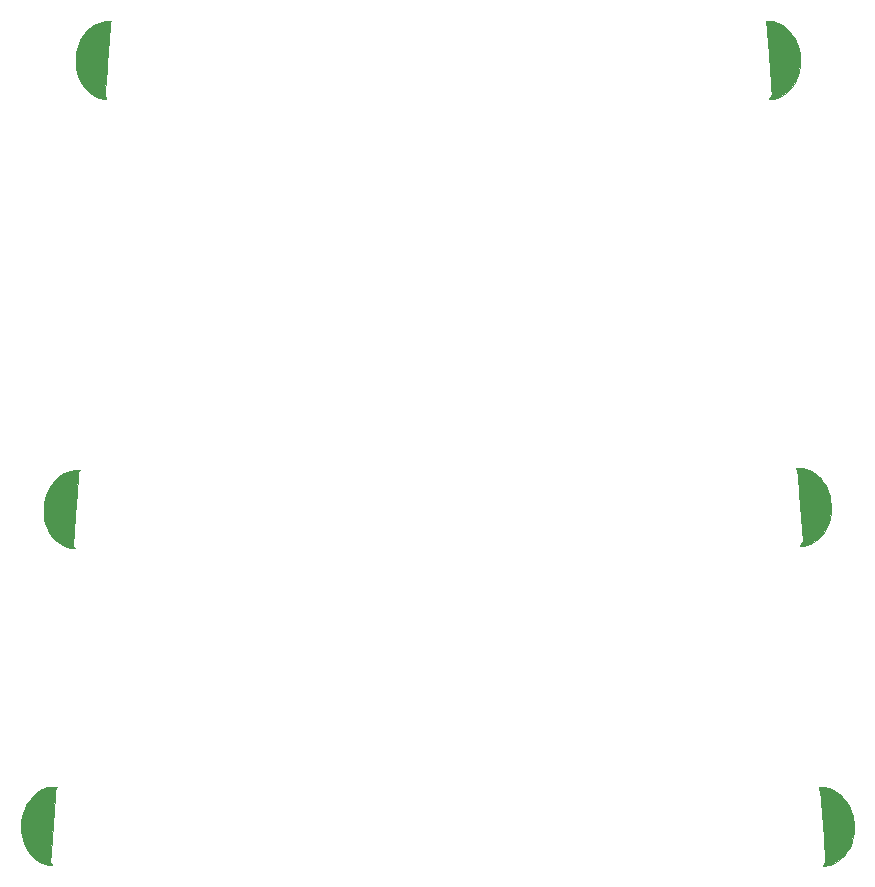
<source format=gbr>
G04 #@! TF.GenerationSoftware,KiCad,Pcbnew,(5.1.10)-1*
G04 #@! TF.CreationDate,2022-01-20T14:21:32+02:00*
G04 #@! TF.ProjectId,gaisa-sargs-rear-2,67616973-612d-4736-9172-67732d726561,rev?*
G04 #@! TF.SameCoordinates,Original*
G04 #@! TF.FileFunction,Copper,L2,Bot*
G04 #@! TF.FilePolarity,Positive*
%FSLAX46Y46*%
G04 Gerber Fmt 4.6, Leading zero omitted, Abs format (unit mm)*
G04 Created by KiCad (PCBNEW (5.1.10)-1) date 2022-01-20 14:21:32*
%MOMM*%
%LPD*%
G01*
G04 APERTURE LIST*
G04 #@! TA.AperFunction,EtchedComponent*
%ADD10C,0.010000*%
G04 #@! TD*
G04 APERTURE END LIST*
D10*
G04 #@! TO.C,Ref\u002A\u002A*
G36*
X173018885Y-55503700D02*
G01*
X173255803Y-55530324D01*
X173477856Y-55580248D01*
X173671250Y-55645398D01*
X173962943Y-55780787D01*
X174236813Y-55952534D01*
X174490969Y-56157772D01*
X174723520Y-56393638D01*
X174932572Y-56657267D01*
X175116235Y-56945794D01*
X175272617Y-57256355D01*
X175399826Y-57586085D01*
X175495970Y-57932119D01*
X175559158Y-58291593D01*
X175582149Y-58539094D01*
X175589834Y-58955880D01*
X175561326Y-59352696D01*
X175496096Y-59732374D01*
X175393615Y-60097751D01*
X175253355Y-60451660D01*
X175207568Y-60548416D01*
X175056728Y-60824582D01*
X174886274Y-61073568D01*
X174686732Y-61308642D01*
X174602583Y-61395805D01*
X174376112Y-61599668D01*
X174134287Y-61773631D01*
X173881947Y-61915275D01*
X173623933Y-62022177D01*
X173365089Y-62091916D01*
X173155246Y-62119697D01*
X172977909Y-62131638D01*
X173064318Y-61964444D01*
X173106321Y-61881341D01*
X173142795Y-61805893D01*
X173167633Y-61750839D01*
X173172305Y-61739132D01*
X173174664Y-61718792D01*
X173174914Y-61675046D01*
X173172960Y-61606470D01*
X173168707Y-61511637D01*
X173162062Y-61389124D01*
X173152930Y-61237505D01*
X173141217Y-61055355D01*
X173126828Y-60841249D01*
X173109670Y-60593762D01*
X173089648Y-60311469D01*
X173066668Y-59992945D01*
X173040636Y-59636765D01*
X173011457Y-59241505D01*
X172979038Y-58805739D01*
X172972536Y-58718668D01*
X172941504Y-58303792D01*
X172913389Y-57929054D01*
X172888011Y-57592374D01*
X172865188Y-57291669D01*
X172844739Y-57024858D01*
X172826482Y-56789861D01*
X172810237Y-56584595D01*
X172795823Y-56406980D01*
X172783058Y-56254933D01*
X172771761Y-56126375D01*
X172761751Y-56019223D01*
X172752846Y-55931396D01*
X172744866Y-55860812D01*
X172737629Y-55805391D01*
X172730955Y-55763051D01*
X172724662Y-55731711D01*
X172718568Y-55709289D01*
X172712493Y-55693704D01*
X172708590Y-55686453D01*
X172679924Y-55624249D01*
X172666129Y-55564486D01*
X172665912Y-55558375D01*
X172669541Y-55521703D01*
X172688375Y-55504543D01*
X172734136Y-55499094D01*
X172755791Y-55498560D01*
X173018885Y-55503700D01*
G37*
X173018885Y-55503700D02*
X173255803Y-55530324D01*
X173477856Y-55580248D01*
X173671250Y-55645398D01*
X173962943Y-55780787D01*
X174236813Y-55952534D01*
X174490969Y-56157772D01*
X174723520Y-56393638D01*
X174932572Y-56657267D01*
X175116235Y-56945794D01*
X175272617Y-57256355D01*
X175399826Y-57586085D01*
X175495970Y-57932119D01*
X175559158Y-58291593D01*
X175582149Y-58539094D01*
X175589834Y-58955880D01*
X175561326Y-59352696D01*
X175496096Y-59732374D01*
X175393615Y-60097751D01*
X175253355Y-60451660D01*
X175207568Y-60548416D01*
X175056728Y-60824582D01*
X174886274Y-61073568D01*
X174686732Y-61308642D01*
X174602583Y-61395805D01*
X174376112Y-61599668D01*
X174134287Y-61773631D01*
X173881947Y-61915275D01*
X173623933Y-62022177D01*
X173365089Y-62091916D01*
X173155246Y-62119697D01*
X172977909Y-62131638D01*
X173064318Y-61964444D01*
X173106321Y-61881341D01*
X173142795Y-61805893D01*
X173167633Y-61750839D01*
X173172305Y-61739132D01*
X173174664Y-61718792D01*
X173174914Y-61675046D01*
X173172960Y-61606470D01*
X173168707Y-61511637D01*
X173162062Y-61389124D01*
X173152930Y-61237505D01*
X173141217Y-61055355D01*
X173126828Y-60841249D01*
X173109670Y-60593762D01*
X173089648Y-60311469D01*
X173066668Y-59992945D01*
X173040636Y-59636765D01*
X173011457Y-59241505D01*
X172979038Y-58805739D01*
X172972536Y-58718668D01*
X172941504Y-58303792D01*
X172913389Y-57929054D01*
X172888011Y-57592374D01*
X172865188Y-57291669D01*
X172844739Y-57024858D01*
X172826482Y-56789861D01*
X172810237Y-56584595D01*
X172795823Y-56406980D01*
X172783058Y-56254933D01*
X172771761Y-56126375D01*
X172761751Y-56019223D01*
X172752846Y-55931396D01*
X172744866Y-55860812D01*
X172737629Y-55805391D01*
X172730955Y-55763051D01*
X172724662Y-55731711D01*
X172718568Y-55709289D01*
X172712493Y-55693704D01*
X172708590Y-55686453D01*
X172679924Y-55624249D01*
X172666129Y-55564486D01*
X172665912Y-55558375D01*
X172669541Y-55521703D01*
X172688375Y-55504543D01*
X172734136Y-55499094D01*
X172755791Y-55498560D01*
X173018885Y-55503700D01*
G36*
X117189463Y-55505439D02*
G01*
X117207919Y-55528403D01*
X117209166Y-55542787D01*
X117199413Y-55598246D01*
X117189792Y-55622162D01*
X117186002Y-55647224D01*
X117179342Y-55712120D01*
X117170002Y-55814457D01*
X117158170Y-55951847D01*
X117144036Y-56121898D01*
X117127788Y-56322221D01*
X117109616Y-56550425D01*
X117089708Y-56804120D01*
X117068254Y-57080917D01*
X117045442Y-57378424D01*
X117021461Y-57694251D01*
X116996500Y-58026009D01*
X116970749Y-58371306D01*
X116945930Y-58706916D01*
X116915053Y-59126393D01*
X116887186Y-59505763D01*
X116862200Y-59847133D01*
X116839967Y-60152614D01*
X116820360Y-60424314D01*
X116803250Y-60664342D01*
X116788510Y-60874807D01*
X116776011Y-61057819D01*
X116765627Y-61215487D01*
X116757228Y-61349919D01*
X116750688Y-61463224D01*
X116745877Y-61557513D01*
X116742669Y-61634892D01*
X116740935Y-61697473D01*
X116740548Y-61747363D01*
X116741379Y-61786673D01*
X116743301Y-61817510D01*
X116746186Y-61841984D01*
X116749905Y-61862204D01*
X116753647Y-61877694D01*
X116777355Y-61957336D01*
X116803733Y-62030305D01*
X116819153Y-62064870D01*
X116839654Y-62109403D01*
X116846153Y-62133953D01*
X116845602Y-62134964D01*
X116823224Y-62134012D01*
X116768276Y-62126919D01*
X116689868Y-62114954D01*
X116625933Y-62104365D01*
X116306667Y-62029030D01*
X116003664Y-61915612D01*
X115718547Y-61765749D01*
X115452940Y-61581079D01*
X115208464Y-61363241D01*
X114986744Y-61113873D01*
X114789404Y-60834613D01*
X114618065Y-60527099D01*
X114474351Y-60192970D01*
X114359887Y-59833864D01*
X114353924Y-59811327D01*
X114288228Y-59494083D01*
X114250366Y-59158427D01*
X114240796Y-58817126D01*
X114259974Y-58482947D01*
X114297163Y-58224819D01*
X114385605Y-57846783D01*
X114503901Y-57488419D01*
X114650343Y-57152021D01*
X114823224Y-56839883D01*
X115020834Y-56554298D01*
X115241467Y-56297560D01*
X115483415Y-56071962D01*
X115744968Y-55879799D01*
X116024420Y-55723365D01*
X116222798Y-55638941D01*
X116448525Y-55570464D01*
X116697044Y-55523065D01*
X116953189Y-55499074D01*
X117140375Y-55497818D01*
X117189463Y-55505439D01*
G37*
X117189463Y-55505439D02*
X117207919Y-55528403D01*
X117209166Y-55542787D01*
X117199413Y-55598246D01*
X117189792Y-55622162D01*
X117186002Y-55647224D01*
X117179342Y-55712120D01*
X117170002Y-55814457D01*
X117158170Y-55951847D01*
X117144036Y-56121898D01*
X117127788Y-56322221D01*
X117109616Y-56550425D01*
X117089708Y-56804120D01*
X117068254Y-57080917D01*
X117045442Y-57378424D01*
X117021461Y-57694251D01*
X116996500Y-58026009D01*
X116970749Y-58371306D01*
X116945930Y-58706916D01*
X116915053Y-59126393D01*
X116887186Y-59505763D01*
X116862200Y-59847133D01*
X116839967Y-60152614D01*
X116820360Y-60424314D01*
X116803250Y-60664342D01*
X116788510Y-60874807D01*
X116776011Y-61057819D01*
X116765627Y-61215487D01*
X116757228Y-61349919D01*
X116750688Y-61463224D01*
X116745877Y-61557513D01*
X116742669Y-61634892D01*
X116740935Y-61697473D01*
X116740548Y-61747363D01*
X116741379Y-61786673D01*
X116743301Y-61817510D01*
X116746186Y-61841984D01*
X116749905Y-61862204D01*
X116753647Y-61877694D01*
X116777355Y-61957336D01*
X116803733Y-62030305D01*
X116819153Y-62064870D01*
X116839654Y-62109403D01*
X116846153Y-62133953D01*
X116845602Y-62134964D01*
X116823224Y-62134012D01*
X116768276Y-62126919D01*
X116689868Y-62114954D01*
X116625933Y-62104365D01*
X116306667Y-62029030D01*
X116003664Y-61915612D01*
X115718547Y-61765749D01*
X115452940Y-61581079D01*
X115208464Y-61363241D01*
X114986744Y-61113873D01*
X114789404Y-60834613D01*
X114618065Y-60527099D01*
X114474351Y-60192970D01*
X114359887Y-59833864D01*
X114353924Y-59811327D01*
X114288228Y-59494083D01*
X114250366Y-59158427D01*
X114240796Y-58817126D01*
X114259974Y-58482947D01*
X114297163Y-58224819D01*
X114385605Y-57846783D01*
X114503901Y-57488419D01*
X114650343Y-57152021D01*
X114823224Y-56839883D01*
X115020834Y-56554298D01*
X115241467Y-56297560D01*
X115483415Y-56071962D01*
X115744968Y-55879799D01*
X116024420Y-55723365D01*
X116222798Y-55638941D01*
X116448525Y-55570464D01*
X116697044Y-55523065D01*
X116953189Y-55499074D01*
X117140375Y-55497818D01*
X117189463Y-55505439D01*
G36*
X175790400Y-93367087D02*
G01*
X176085656Y-93429204D01*
X176372900Y-93531550D01*
X176650018Y-93673157D01*
X176914896Y-93853058D01*
X177165419Y-94070286D01*
X177243729Y-94149108D01*
X177477488Y-94422959D01*
X177679200Y-94721193D01*
X177848616Y-95040242D01*
X177985483Y-95376540D01*
X178089550Y-95726520D01*
X178160567Y-96086615D01*
X178198283Y-96453257D01*
X178202445Y-96822881D01*
X178172805Y-97191919D01*
X178109109Y-97556804D01*
X178011108Y-97913970D01*
X177878550Y-98259849D01*
X177711184Y-98590874D01*
X177572016Y-98813562D01*
X177478913Y-98938452D01*
X177363711Y-99074258D01*
X177235148Y-99212087D01*
X177101956Y-99343048D01*
X176972873Y-99458247D01*
X176856631Y-99548793D01*
X176835666Y-99563179D01*
X176617972Y-99694431D01*
X176393835Y-99803396D01*
X176170686Y-99887400D01*
X175955955Y-99943768D01*
X175757072Y-99969826D01*
X175701631Y-99971333D01*
X175586363Y-99971333D01*
X175803445Y-99555351D01*
X175580596Y-96583050D01*
X175549415Y-96167571D01*
X175521162Y-95792218D01*
X175495656Y-95454901D01*
X175472713Y-95153528D01*
X175452150Y-94886007D01*
X175433786Y-94650247D01*
X175417437Y-94444156D01*
X175402921Y-94265642D01*
X175390054Y-94112614D01*
X175378654Y-93982981D01*
X175368538Y-93874650D01*
X175359523Y-93785530D01*
X175351427Y-93713530D01*
X175344066Y-93656558D01*
X175337259Y-93612521D01*
X175330822Y-93579329D01*
X175324573Y-93554890D01*
X175318328Y-93537113D01*
X175313540Y-93526899D01*
X175285940Y-93463878D01*
X175270510Y-93407932D01*
X175269333Y-93394607D01*
X175271086Y-93372955D01*
X175281396Y-93358958D01*
X175307840Y-93350949D01*
X175357994Y-93347258D01*
X175439435Y-93346216D01*
X175489245Y-93346166D01*
X175790400Y-93367087D01*
G37*
X175790400Y-93367087D02*
X176085656Y-93429204D01*
X176372900Y-93531550D01*
X176650018Y-93673157D01*
X176914896Y-93853058D01*
X177165419Y-94070286D01*
X177243729Y-94149108D01*
X177477488Y-94422959D01*
X177679200Y-94721193D01*
X177848616Y-95040242D01*
X177985483Y-95376540D01*
X178089550Y-95726520D01*
X178160567Y-96086615D01*
X178198283Y-96453257D01*
X178202445Y-96822881D01*
X178172805Y-97191919D01*
X178109109Y-97556804D01*
X178011108Y-97913970D01*
X177878550Y-98259849D01*
X177711184Y-98590874D01*
X177572016Y-98813562D01*
X177478913Y-98938452D01*
X177363711Y-99074258D01*
X177235148Y-99212087D01*
X177101956Y-99343048D01*
X176972873Y-99458247D01*
X176856631Y-99548793D01*
X176835666Y-99563179D01*
X176617972Y-99694431D01*
X176393835Y-99803396D01*
X176170686Y-99887400D01*
X175955955Y-99943768D01*
X175757072Y-99969826D01*
X175701631Y-99971333D01*
X175586363Y-99971333D01*
X175803445Y-99555351D01*
X175580596Y-96583050D01*
X175549415Y-96167571D01*
X175521162Y-95792218D01*
X175495656Y-95454901D01*
X175472713Y-95153528D01*
X175452150Y-94886007D01*
X175433786Y-94650247D01*
X175417437Y-94444156D01*
X175402921Y-94265642D01*
X175390054Y-94112614D01*
X175378654Y-93982981D01*
X175368538Y-93874650D01*
X175359523Y-93785530D01*
X175351427Y-93713530D01*
X175344066Y-93656558D01*
X175337259Y-93612521D01*
X175330822Y-93579329D01*
X175324573Y-93554890D01*
X175318328Y-93537113D01*
X175313540Y-93526899D01*
X175285940Y-93463878D01*
X175270510Y-93407932D01*
X175269333Y-93394607D01*
X175271086Y-93372955D01*
X175281396Y-93358958D01*
X175307840Y-93350949D01*
X175357994Y-93347258D01*
X175439435Y-93346216D01*
X175489245Y-93346166D01*
X175790400Y-93367087D01*
G36*
X114485736Y-93534232D02*
G01*
X114609223Y-93536666D01*
X114540187Y-93623831D01*
X114490511Y-93700708D01*
X114467152Y-93781145D01*
X114462966Y-93819623D01*
X114415083Y-94455875D01*
X114370428Y-95050965D01*
X114328928Y-95605934D01*
X114290509Y-96121826D01*
X114255099Y-96599682D01*
X114222625Y-97040544D01*
X114193015Y-97445455D01*
X114166194Y-97815456D01*
X114142090Y-98151590D01*
X114120630Y-98454899D01*
X114101742Y-98726426D01*
X114085353Y-98967211D01*
X114071388Y-99178298D01*
X114059777Y-99360729D01*
X114050444Y-99515546D01*
X114043319Y-99643790D01*
X114038328Y-99746505D01*
X114035397Y-99824732D01*
X114034454Y-99879513D01*
X114035426Y-99911891D01*
X114036246Y-99918344D01*
X114073494Y-100025793D01*
X114123185Y-100092239D01*
X114190637Y-100161833D01*
X114054193Y-100159343D01*
X113962873Y-100155238D01*
X113871708Y-100147292D01*
X113820793Y-100140444D01*
X113524058Y-100069239D01*
X113241023Y-99959715D01*
X112973432Y-99814164D01*
X112723027Y-99634876D01*
X112491550Y-99424141D01*
X112280742Y-99184251D01*
X112092346Y-98917497D01*
X111928104Y-98626168D01*
X111789757Y-98312555D01*
X111679049Y-97978949D01*
X111597720Y-97627641D01*
X111547514Y-97260922D01*
X111538200Y-97139001D01*
X111534787Y-96752099D01*
X111572772Y-96369630D01*
X111652395Y-95990415D01*
X111773896Y-95613280D01*
X111918206Y-95276842D01*
X112096636Y-94944841D01*
X112298200Y-94643984D01*
X112521370Y-94375709D01*
X112764614Y-94141454D01*
X113026403Y-93942657D01*
X113305205Y-93780756D01*
X113599491Y-93657188D01*
X113664685Y-93635752D01*
X113816809Y-93592381D01*
X113959573Y-93562015D01*
X114105317Y-93543129D01*
X114266379Y-93534196D01*
X114455102Y-93533691D01*
X114485736Y-93534232D01*
G37*
X114485736Y-93534232D02*
X114609223Y-93536666D01*
X114540187Y-93623831D01*
X114490511Y-93700708D01*
X114467152Y-93781145D01*
X114462966Y-93819623D01*
X114415083Y-94455875D01*
X114370428Y-95050965D01*
X114328928Y-95605934D01*
X114290509Y-96121826D01*
X114255099Y-96599682D01*
X114222625Y-97040544D01*
X114193015Y-97445455D01*
X114166194Y-97815456D01*
X114142090Y-98151590D01*
X114120630Y-98454899D01*
X114101742Y-98726426D01*
X114085353Y-98967211D01*
X114071388Y-99178298D01*
X114059777Y-99360729D01*
X114050444Y-99515546D01*
X114043319Y-99643790D01*
X114038328Y-99746505D01*
X114035397Y-99824732D01*
X114034454Y-99879513D01*
X114035426Y-99911891D01*
X114036246Y-99918344D01*
X114073494Y-100025793D01*
X114123185Y-100092239D01*
X114190637Y-100161833D01*
X114054193Y-100159343D01*
X113962873Y-100155238D01*
X113871708Y-100147292D01*
X113820793Y-100140444D01*
X113524058Y-100069239D01*
X113241023Y-99959715D01*
X112973432Y-99814164D01*
X112723027Y-99634876D01*
X112491550Y-99424141D01*
X112280742Y-99184251D01*
X112092346Y-98917497D01*
X111928104Y-98626168D01*
X111789757Y-98312555D01*
X111679049Y-97978949D01*
X111597720Y-97627641D01*
X111547514Y-97260922D01*
X111538200Y-97139001D01*
X111534787Y-96752099D01*
X111572772Y-96369630D01*
X111652395Y-95990415D01*
X111773896Y-95613280D01*
X111918206Y-95276842D01*
X112096636Y-94944841D01*
X112298200Y-94643984D01*
X112521370Y-94375709D01*
X112764614Y-94141454D01*
X113026403Y-93942657D01*
X113305205Y-93780756D01*
X113599491Y-93657188D01*
X113664685Y-93635752D01*
X113816809Y-93592381D01*
X113959573Y-93562015D01*
X114105317Y-93543129D01*
X114266379Y-93534196D01*
X114455102Y-93533691D01*
X114485736Y-93534232D01*
G36*
X112552533Y-120317808D02*
G01*
X112633665Y-120330612D01*
X112683081Y-120344505D01*
X112619166Y-120424932D01*
X112567190Y-120512529D01*
X112543533Y-120615304D01*
X112539131Y-120663262D01*
X112532017Y-120749366D01*
X112522407Y-120870630D01*
X112510520Y-121024065D01*
X112496573Y-121206687D01*
X112480783Y-121415508D01*
X112463369Y-121647542D01*
X112444549Y-121899803D01*
X112424539Y-122169303D01*
X112403558Y-122453057D01*
X112381822Y-122748078D01*
X112359551Y-123051379D01*
X112336961Y-123359974D01*
X112314271Y-123670876D01*
X112291697Y-123981099D01*
X112269458Y-124287656D01*
X112247771Y-124587561D01*
X112226853Y-124877827D01*
X112206924Y-125155468D01*
X112188199Y-125417498D01*
X112170898Y-125660928D01*
X112155237Y-125882774D01*
X112141434Y-126080049D01*
X112129707Y-126249766D01*
X112120274Y-126388938D01*
X112113352Y-126494579D01*
X112109159Y-126563703D01*
X112107898Y-126592330D01*
X112114917Y-126708992D01*
X112138500Y-126797771D01*
X112182755Y-126871241D01*
X112208556Y-126900625D01*
X112264086Y-126958833D01*
X112159585Y-126956252D01*
X112076360Y-126951407D01*
X111979864Y-126941909D01*
X111929877Y-126935409D01*
X111676753Y-126880774D01*
X111419386Y-126792348D01*
X111170058Y-126675314D01*
X110941048Y-126534856D01*
X110885813Y-126494736D01*
X110630556Y-126276308D01*
X110400344Y-126026091D01*
X110196651Y-125747457D01*
X110020950Y-125443780D01*
X109874715Y-125118435D01*
X109759419Y-124774794D01*
X109676535Y-124416232D01*
X109627537Y-124046121D01*
X109613898Y-123667835D01*
X109615702Y-123586495D01*
X109644503Y-123233992D01*
X109706453Y-122887869D01*
X109799436Y-122551158D01*
X109921335Y-122226894D01*
X110070030Y-121918109D01*
X110243406Y-121627837D01*
X110439343Y-121359110D01*
X110655725Y-121114961D01*
X110890434Y-120898424D01*
X111141353Y-120712532D01*
X111406363Y-120560318D01*
X111683348Y-120444814D01*
X111842152Y-120397489D01*
X111991554Y-120364428D01*
X112146660Y-120339138D01*
X112298102Y-120322411D01*
X112436516Y-120315037D01*
X112552533Y-120317808D01*
G37*
X112552533Y-120317808D02*
X112633665Y-120330612D01*
X112683081Y-120344505D01*
X112619166Y-120424932D01*
X112567190Y-120512529D01*
X112543533Y-120615304D01*
X112539131Y-120663262D01*
X112532017Y-120749366D01*
X112522407Y-120870630D01*
X112510520Y-121024065D01*
X112496573Y-121206687D01*
X112480783Y-121415508D01*
X112463369Y-121647542D01*
X112444549Y-121899803D01*
X112424539Y-122169303D01*
X112403558Y-122453057D01*
X112381822Y-122748078D01*
X112359551Y-123051379D01*
X112336961Y-123359974D01*
X112314271Y-123670876D01*
X112291697Y-123981099D01*
X112269458Y-124287656D01*
X112247771Y-124587561D01*
X112226853Y-124877827D01*
X112206924Y-125155468D01*
X112188199Y-125417498D01*
X112170898Y-125660928D01*
X112155237Y-125882774D01*
X112141434Y-126080049D01*
X112129707Y-126249766D01*
X112120274Y-126388938D01*
X112113352Y-126494579D01*
X112109159Y-126563703D01*
X112107898Y-126592330D01*
X112114917Y-126708992D01*
X112138500Y-126797771D01*
X112182755Y-126871241D01*
X112208556Y-126900625D01*
X112264086Y-126958833D01*
X112159585Y-126956252D01*
X112076360Y-126951407D01*
X111979864Y-126941909D01*
X111929877Y-126935409D01*
X111676753Y-126880774D01*
X111419386Y-126792348D01*
X111170058Y-126675314D01*
X110941048Y-126534856D01*
X110885813Y-126494736D01*
X110630556Y-126276308D01*
X110400344Y-126026091D01*
X110196651Y-125747457D01*
X110020950Y-125443780D01*
X109874715Y-125118435D01*
X109759419Y-124774794D01*
X109676535Y-124416232D01*
X109627537Y-124046121D01*
X109613898Y-123667835D01*
X109615702Y-123586495D01*
X109644503Y-123233992D01*
X109706453Y-122887869D01*
X109799436Y-122551158D01*
X109921335Y-122226894D01*
X110070030Y-121918109D01*
X110243406Y-121627837D01*
X110439343Y-121359110D01*
X110655725Y-121114961D01*
X110890434Y-120898424D01*
X111141353Y-120712532D01*
X111406363Y-120560318D01*
X111683348Y-120444814D01*
X111842152Y-120397489D01*
X111991554Y-120364428D01*
X112146660Y-120339138D01*
X112298102Y-120322411D01*
X112436516Y-120315037D01*
X112552533Y-120317808D01*
G36*
X177686550Y-120396749D02*
G01*
X177973954Y-120457535D01*
X178253628Y-120556164D01*
X178523181Y-120690440D01*
X178780218Y-120858169D01*
X179022347Y-121057157D01*
X179247174Y-121285209D01*
X179452307Y-121540131D01*
X179635352Y-121819729D01*
X179793916Y-122121808D01*
X179925606Y-122444173D01*
X180028029Y-122784631D01*
X180030243Y-122793555D01*
X180072499Y-122978750D01*
X180102778Y-123148375D01*
X180122666Y-123316327D01*
X180133748Y-123496503D01*
X180137611Y-123702802D01*
X180137666Y-123734925D01*
X180119431Y-124132975D01*
X180065453Y-124518628D01*
X179976820Y-124889026D01*
X179854621Y-125241310D01*
X179699947Y-125572623D01*
X179513885Y-125880107D01*
X179297526Y-126160904D01*
X179154579Y-126314426D01*
X178915398Y-126529764D01*
X178668340Y-126704348D01*
X178410782Y-126839431D01*
X178140098Y-126936266D01*
X177853666Y-126996104D01*
X177689727Y-127013607D01*
X177488981Y-127028342D01*
X177595161Y-126888059D01*
X177647839Y-126813131D01*
X177691311Y-126741578D01*
X177717619Y-126686728D01*
X177720191Y-126678679D01*
X177721879Y-126650296D01*
X177720661Y-126587598D01*
X177716492Y-126489900D01*
X177709327Y-126356518D01*
X177699120Y-126186768D01*
X177685826Y-125979966D01*
X177669400Y-125735427D01*
X177649794Y-125452468D01*
X177626965Y-125130404D01*
X177600867Y-124768551D01*
X177571453Y-124366224D01*
X177538679Y-123922740D01*
X177520470Y-123678000D01*
X177489636Y-123264915D01*
X177461708Y-122891958D01*
X177436502Y-122557036D01*
X177413839Y-122258055D01*
X177393535Y-121992923D01*
X177375409Y-121759545D01*
X177359279Y-121555830D01*
X177344964Y-121379683D01*
X177332282Y-121229013D01*
X177321051Y-121101725D01*
X177311090Y-120995727D01*
X177302217Y-120908926D01*
X177294250Y-120839228D01*
X177287007Y-120784541D01*
X177280306Y-120742770D01*
X177273967Y-120711824D01*
X177267807Y-120689610D01*
X177261644Y-120674033D01*
X177259282Y-120669451D01*
X177224961Y-120570951D01*
X177216666Y-120484243D01*
X177216666Y-120376000D01*
X177393810Y-120376000D01*
X177686550Y-120396749D01*
G37*
X177686550Y-120396749D02*
X177973954Y-120457535D01*
X178253628Y-120556164D01*
X178523181Y-120690440D01*
X178780218Y-120858169D01*
X179022347Y-121057157D01*
X179247174Y-121285209D01*
X179452307Y-121540131D01*
X179635352Y-121819729D01*
X179793916Y-122121808D01*
X179925606Y-122444173D01*
X180028029Y-122784631D01*
X180030243Y-122793555D01*
X180072499Y-122978750D01*
X180102778Y-123148375D01*
X180122666Y-123316327D01*
X180133748Y-123496503D01*
X180137611Y-123702802D01*
X180137666Y-123734925D01*
X180119431Y-124132975D01*
X180065453Y-124518628D01*
X179976820Y-124889026D01*
X179854621Y-125241310D01*
X179699947Y-125572623D01*
X179513885Y-125880107D01*
X179297526Y-126160904D01*
X179154579Y-126314426D01*
X178915398Y-126529764D01*
X178668340Y-126704348D01*
X178410782Y-126839431D01*
X178140098Y-126936266D01*
X177853666Y-126996104D01*
X177689727Y-127013607D01*
X177488981Y-127028342D01*
X177595161Y-126888059D01*
X177647839Y-126813131D01*
X177691311Y-126741578D01*
X177717619Y-126686728D01*
X177720191Y-126678679D01*
X177721879Y-126650296D01*
X177720661Y-126587598D01*
X177716492Y-126489900D01*
X177709327Y-126356518D01*
X177699120Y-126186768D01*
X177685826Y-125979966D01*
X177669400Y-125735427D01*
X177649794Y-125452468D01*
X177626965Y-125130404D01*
X177600867Y-124768551D01*
X177571453Y-124366224D01*
X177538679Y-123922740D01*
X177520470Y-123678000D01*
X177489636Y-123264915D01*
X177461708Y-122891958D01*
X177436502Y-122557036D01*
X177413839Y-122258055D01*
X177393535Y-121992923D01*
X177375409Y-121759545D01*
X177359279Y-121555830D01*
X177344964Y-121379683D01*
X177332282Y-121229013D01*
X177321051Y-121101725D01*
X177311090Y-120995727D01*
X177302217Y-120908926D01*
X177294250Y-120839228D01*
X177287007Y-120784541D01*
X177280306Y-120742770D01*
X177273967Y-120711824D01*
X177267807Y-120689610D01*
X177261644Y-120674033D01*
X177259282Y-120669451D01*
X177224961Y-120570951D01*
X177216666Y-120484243D01*
X177216666Y-120376000D01*
X177393810Y-120376000D01*
X177686550Y-120396749D01*
G04 #@! TD*
M02*

</source>
